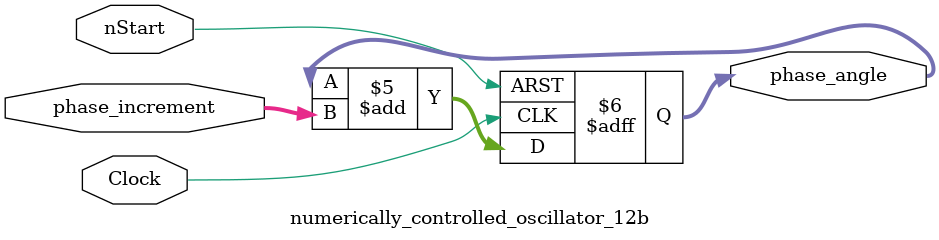
<source format=v>
module audio_generator_12b_unsigned (Clock, nStart, Select, Out);
	input Clock, nStart;
	input 	   [11:0] Select;
	output reg [11:0] Out;

	// Phase increment = freq_note/freq_clock * 2^N
	parameter C    = 32'd22474, C_sh = 32'd23810, D    = 32'd25225, D_sh = 32'd26726, E    = 32'd28315, F = 32'd29999, 
			  F_sh = 32'd31782, G    = 32'd33673, G_sh = 32'd35674, A    = 32'd37796, A_sh = 32'd40043, B = 32'd42424;

	reg [3:0] sum;
	integer i;
	always@(*)
	begin
		sum = 0;
		for (i = 0; i < 12; i = i + 1)
			sum = sum + Select[i];
	end

	wire signed [11:0] amplitude [11:0];
	
	waveform_generator_12b W1  (Clock, nStart, C,    amplitude[0]);
	waveform_generator_12b W2  (Clock, nStart, C_sh, amplitude[1]);
	waveform_generator_12b W3  (Clock, nStart, D,    amplitude[2]);
	waveform_generator_12b W4  (Clock, nStart, D_sh, amplitude[3]);
	waveform_generator_12b W5  (Clock, nStart, E,    amplitude[4]);
	waveform_generator_12b W6  (Clock, nStart, F,    amplitude[5]);
	waveform_generator_12b W7  (Clock, nStart, F_sh, amplitude[6]);
	waveform_generator_12b W8  (Clock, nStart, G,    amplitude[7]);
	waveform_generator_12b W9  (Clock, nStart, G_sh, amplitude[8]);
	waveform_generator_12b W10 (Clock, nStart, A,    amplitude[9]);
	waveform_generator_12b W11 (Clock, nStart, A_sh, amplitude[10]);
	waveform_generator_12b W12 (Clock, nStart, B,    amplitude[11]);

	reg signed [31:0] amplitude_sum;
	integer j;
	always@(posedge Clock)
	begin
		amplitude_sum = 0;
		for (j = 0; j < 12; j = j + 1)
		begin
			if (Select[j]) amplitude_sum = amplitude_sum + amplitude[j];
		end
		if (sum != 0) Out <= amplitude_sum >>> 1;
		else Out <= 0;
	end
endmodule

module waveform_generator_12b (Clock, nStart, phase_increment, amplitude);
	input Clock, nStart;
	input [31:0] phase_increment;
	output signed [11:0] amplitude;

	wire [31:0] phase_angle;
	numerically_controlled_oscillator_12b N1 (Clock, nStart, phase_increment, phase_angle);

	// sine lookup table
	rom256x12 U1 (phase_angle[31:24], Clock, amplitude);
endmodule

module numerically_controlled_oscillator_12b (Clock, nStart, phase_increment, phase_angle);
	input Clock, nStart;
	input [31:0] phase_increment;
	output reg [31:0] phase_angle;
	
	always@(posedge Clock, negedge nStart)
		if (!nStart)
			phase_angle <= 0;
		else
			phase_angle <= phase_angle + phase_increment;
endmodule
</source>
